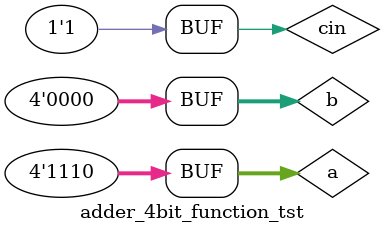
<source format=v>
 module adder_4bit_function_tst() ;

	reg [3:0] a, b ;
	reg cin ;

	wire [3:0] sum ;
	wire cout ;

	adder_4bit_function1  DUT(a , b, cin, sum, cout) ;

	initial
		begin
			a = 4 'b0010 ;
			b = 4 'b0110 ;
			cin = 1 'b0 ;

			#50 a = 4 'b0110 ;
			b = 4 'b0100 ;
			cin = 1 'b1 ;

			#50 a = 4 'b0100 ;
			b = 4 'b0101 ;
			cin = 1 'b0 ;

			#50 a = 4 'b1110 ;
			b = 4 'b0000 ;
			cin = 1 'b1 ;	
		end			

endmodule

</source>
